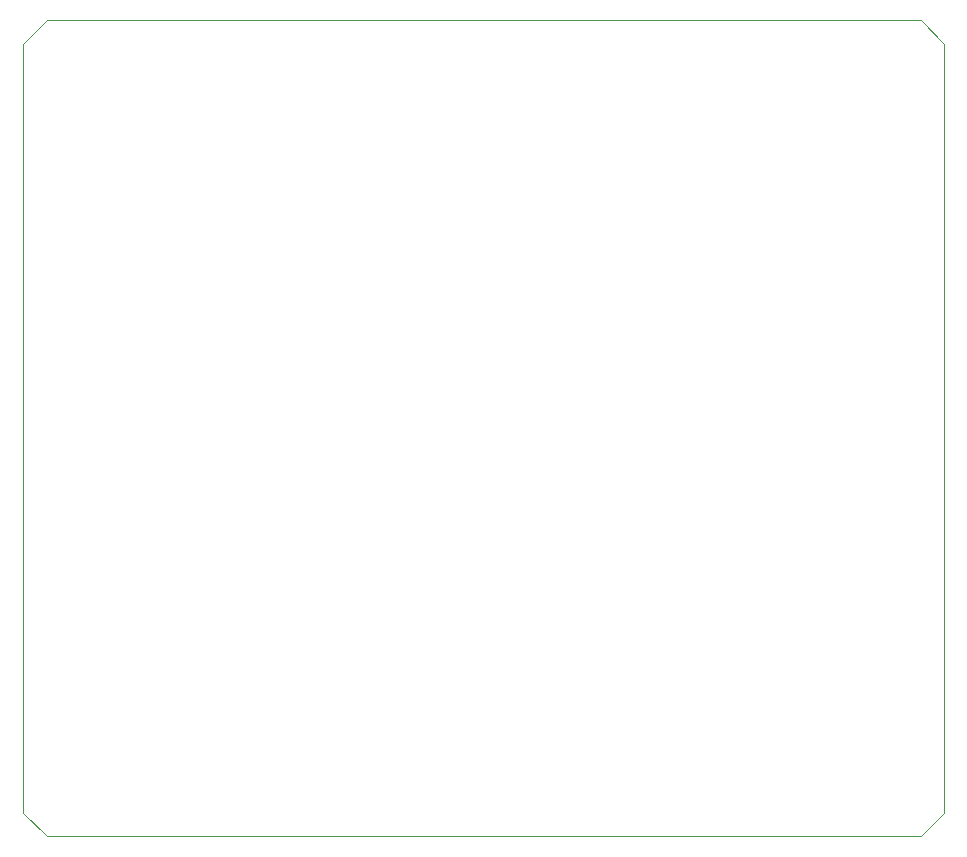
<source format=gbr>
%TF.GenerationSoftware,KiCad,Pcbnew,8.0.8-8.0.8-0~ubuntu24.04.1*%
%TF.CreationDate,2025-08-07T16:45:34-04:00*%
%TF.ProjectId,mainboard,6d61696e-626f-4617-9264-2e6b69636164,rev?*%
%TF.SameCoordinates,Original*%
%TF.FileFunction,Profile,NP*%
%FSLAX46Y46*%
G04 Gerber Fmt 4.6, Leading zero omitted, Abs format (unit mm)*
G04 Created by KiCad (PCBNEW 8.0.8-8.0.8-0~ubuntu24.04.1) date 2025-08-07 16:45:34*
%MOMM*%
%LPD*%
G01*
G04 APERTURE LIST*
%TA.AperFunction,Profile*%
%ADD10C,0.050000*%
%TD*%
G04 APERTURE END LIST*
D10*
X63976000Y-21082000D02*
X137954000Y-21082000D01*
X61976000Y-88170000D02*
X63976000Y-90170000D01*
X139954000Y-88170000D02*
X137954000Y-90170000D01*
X63976000Y-90170000D02*
X137954000Y-90170000D01*
X61976000Y-23082000D02*
X63976000Y-21082000D01*
X139954000Y-23082000D02*
X137954000Y-21082000D01*
X61976000Y-23082000D02*
X61976000Y-88170000D01*
X139954000Y-23082000D02*
X139954000Y-88170000D01*
M02*

</source>
